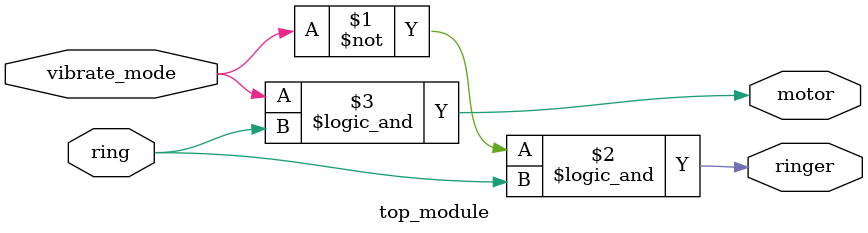
<source format=v>
module top_module (
    input ring,
    input vibrate_mode,
    output ringer,       // Make sound
    output motor         // Vibrate
);
    assign ringer = (~vibrate_mode && ring);
    assign motor = (vibrate_mode && ring);

endmodule

</source>
